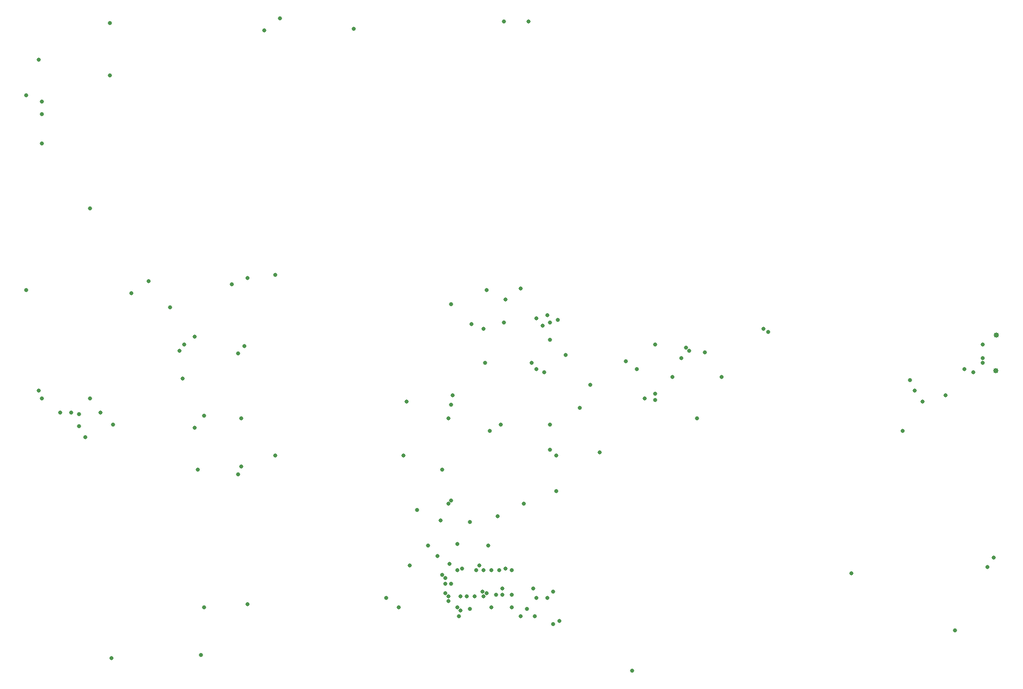
<source format=gbr>
G04 EAGLE Gerber RS-274X export*
G75*
%MOMM*%
%FSLAX34Y34*%
%LPD*%
%INSoldermask Bottom*%
%IPPOS*%
%AMOC8*
5,1,8,0,0,1.08239X$1,22.5*%
G01*
G04 Define Apertures*
%ADD10C,0.853200*%
%ADD11C,0.655600*%
D10*
X1646399Y515082D03*
X1646802Y572881D03*
D11*
X900000Y117500D03*
X897500Y162500D03*
X847500Y152500D03*
X847500Y162500D03*
X802500Y150000D03*
X777500Y117500D03*
X795000Y270000D03*
X765000Y305000D03*
X765000Y170000D03*
X765000Y460000D03*
X1527500Y465000D03*
X1515000Y482500D03*
X1595000Y517500D03*
X1495000Y417500D03*
X1175000Y545000D03*
X1202500Y505000D03*
X1077500Y470000D03*
X1005000Y382500D03*
X1137500Y535000D03*
X1565000Y475000D03*
X1625000Y535000D03*
X1507500Y500000D03*
X1625000Y557500D03*
X1610000Y512500D03*
X1625000Y527500D03*
X1047500Y530000D03*
X972500Y455000D03*
X1095000Y467500D03*
X1095000Y477500D03*
X762500Y202500D03*
X760000Y150000D03*
X760000Y300000D03*
X1412500Y187500D03*
X1162500Y437500D03*
X1122500Y505000D03*
X760000Y437500D03*
X212500Y1077500D03*
X212500Y992500D03*
X332500Y557500D03*
X330000Y502500D03*
X950000Y540000D03*
X925000Y565000D03*
X877500Y647500D03*
X827500Y417500D03*
X102500Y882500D03*
X102500Y470000D03*
X817500Y150000D03*
X930000Y105000D03*
X420000Y542500D03*
X425000Y360000D03*
X425000Y437500D03*
X102500Y930000D03*
X150000Y447500D03*
X747500Y272500D03*
X355000Y355000D03*
X350000Y570000D03*
X990000Y492500D03*
X925000Y427500D03*
X350000Y422500D03*
X77500Y960000D03*
X77500Y645000D03*
X215000Y50000D03*
X822500Y155000D03*
X940000Y110000D03*
X480000Y377500D03*
X430000Y555000D03*
X102500Y950000D03*
X325000Y547500D03*
X882500Y300000D03*
X937500Y597500D03*
X920000Y147500D03*
X97500Y482500D03*
X97500Y1017500D03*
X680000Y132500D03*
X365000Y132500D03*
X162500Y445000D03*
X162500Y425000D03*
X817500Y582500D03*
X780000Y127500D03*
X902500Y600000D03*
X197500Y447500D03*
X217500Y427500D03*
X845000Y427500D03*
X862500Y132500D03*
X877500Y117500D03*
X850000Y592500D03*
X930000Y157500D03*
X1057500Y30000D03*
X132500Y447500D03*
X172500Y407500D03*
X925000Y387500D03*
X247500Y640000D03*
X462500Y1065000D03*
X487500Y1085000D03*
X180000Y777500D03*
X180000Y470000D03*
X275000Y660000D03*
X607500Y1067500D03*
X480000Y670000D03*
X890000Y1080000D03*
X435000Y665000D03*
X850000Y1080000D03*
X765000Y622500D03*
X797500Y590000D03*
X822500Y645000D03*
X1580000Y95000D03*
X742500Y215000D03*
X360000Y55000D03*
X1065000Y517500D03*
X935000Y377500D03*
X750000Y355000D03*
X310000Y617500D03*
X912500Y587500D03*
X895000Y527500D03*
X1632500Y197500D03*
X1270000Y582500D03*
X925000Y592500D03*
X902500Y517500D03*
X1642500Y212500D03*
X1277500Y577500D03*
X837500Y152500D03*
X842500Y192500D03*
X410000Y655000D03*
X687500Y377500D03*
X365000Y442500D03*
X420000Y347500D03*
X435000Y137500D03*
X815000Y157500D03*
X825000Y232500D03*
X852500Y195000D03*
X810000Y200000D03*
X697500Y200000D03*
X727500Y232500D03*
X775000Y132500D03*
X775000Y192500D03*
X840000Y280000D03*
X790000Y150000D03*
X805000Y192500D03*
X902500Y147500D03*
X915000Y512500D03*
X660000Y147500D03*
X692500Y465000D03*
X920000Y605000D03*
X887500Y130000D03*
X775000Y235000D03*
X1150000Y547500D03*
X710000Y290000D03*
X1095000Y557500D03*
X1145000Y552500D03*
X935000Y320000D03*
X862500Y152500D03*
X862500Y192500D03*
X760000Y142500D03*
X750000Y185000D03*
X780000Y150000D03*
X782500Y195000D03*
X755000Y155000D03*
X755000Y170000D03*
X795000Y130000D03*
X817500Y192500D03*
X830000Y132500D03*
X830000Y192500D03*
X755000Y180000D03*
X767500Y475000D03*
X852500Y630000D03*
X820000Y527500D03*
M02*

</source>
